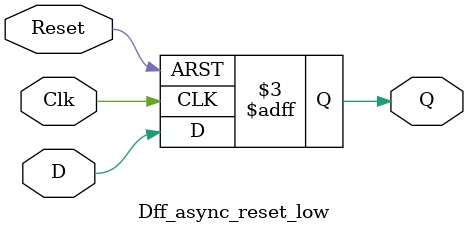
<source format=v>
module Dff_async_reset_low (
    input D,
    input Clk,
    input Reset,
    output reg Q
);

    always @(posedge Clk or negedge Reset) begin
        if (!Reset)
            Q <= 1'b0;
        else
            Q <= D;
    end

endmodule
</source>
